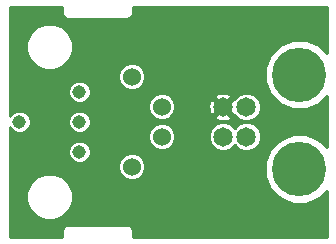
<source format=gbr>
G04 #@! TF.FileFunction,Copper,L3,Inr,Plane*
%FSLAX46Y46*%
G04 Gerber Fmt 4.6, Leading zero omitted, Abs format (unit mm)*
G04 Created by KiCad (PCBNEW 4.0.7) date Thu May  3 20:42:55 2018*
%MOMM*%
%LPD*%
G01*
G04 APERTURE LIST*
%ADD10C,0.100000*%
%ADD11C,1.143000*%
%ADD12C,1.524000*%
%ADD13C,4.600000*%
%ADD14C,1.651000*%
%ADD15C,0.254000*%
G04 APERTURE END LIST*
D10*
D11*
X134620000Y-104140000D03*
X134620000Y-99060000D03*
X134620000Y-101600000D03*
X129540000Y-101600000D03*
D12*
X139065000Y-105410000D03*
X141605000Y-102870000D03*
X141605000Y-100330000D03*
X139065000Y-97790000D03*
D13*
X153250000Y-105600000D03*
X153250000Y-97600000D03*
D14*
X146760000Y-100350000D03*
X148760000Y-100350000D03*
X146760000Y-102850000D03*
X148760000Y-102850000D03*
D12*
X136525000Y-102870000D03*
D15*
G36*
X133173254Y-92456000D02*
X133206043Y-92620839D01*
X133299417Y-92760583D01*
X133439161Y-92853957D01*
X133604000Y-92886746D01*
X138684000Y-92886746D01*
X138848839Y-92853957D01*
X138988583Y-92760583D01*
X139081957Y-92620839D01*
X139114746Y-92456000D01*
X139114746Y-91870746D01*
X155569254Y-91870746D01*
X155569254Y-95768961D01*
X154914715Y-95113279D01*
X153836369Y-94665511D01*
X152668754Y-94664492D01*
X151589628Y-95110377D01*
X150763279Y-95935285D01*
X150315511Y-97013631D01*
X150314492Y-98181246D01*
X150760377Y-99260372D01*
X151585285Y-100086721D01*
X152663631Y-100534489D01*
X153831246Y-100535508D01*
X154910372Y-100089623D01*
X155569254Y-99431890D01*
X155569254Y-103768961D01*
X154914715Y-103113279D01*
X153836369Y-102665511D01*
X152668754Y-102664492D01*
X151589628Y-103110377D01*
X150763279Y-103935285D01*
X150315511Y-105013631D01*
X150314492Y-106181246D01*
X150760377Y-107260372D01*
X151585285Y-108086721D01*
X152663631Y-108534489D01*
X153831246Y-108535508D01*
X154910372Y-108089623D01*
X155569254Y-107431890D01*
X155569254Y-111329254D01*
X139114746Y-111329254D01*
X139114746Y-110744000D01*
X139081957Y-110579161D01*
X138988583Y-110439417D01*
X138848839Y-110346043D01*
X138684000Y-110313254D01*
X133604000Y-110313254D01*
X133439161Y-110346043D01*
X133299417Y-110439417D01*
X133206043Y-110579161D01*
X133173254Y-110744000D01*
X133173254Y-111329254D01*
X128700746Y-111329254D01*
X128700746Y-108339791D01*
X130111413Y-108339791D01*
X130410429Y-109063465D01*
X130963623Y-109617625D01*
X131686774Y-109917903D01*
X132469791Y-109918587D01*
X133193465Y-109619571D01*
X133747625Y-109066377D01*
X134047903Y-108343226D01*
X134048587Y-107560209D01*
X133749571Y-106836535D01*
X133196377Y-106282375D01*
X132473226Y-105982097D01*
X131690209Y-105981413D01*
X130966535Y-106280429D01*
X130412375Y-106833623D01*
X130112097Y-107556774D01*
X130111413Y-108339791D01*
X128700746Y-108339791D01*
X128700746Y-105636309D01*
X137922056Y-105636309D01*
X138095662Y-106056468D01*
X138416841Y-106378208D01*
X138836696Y-106552547D01*
X139291309Y-106552944D01*
X139711468Y-106379338D01*
X140033208Y-106058159D01*
X140207547Y-105638304D01*
X140207944Y-105183691D01*
X140034338Y-104763532D01*
X139713159Y-104441792D01*
X139293304Y-104267453D01*
X138838691Y-104267056D01*
X138418532Y-104440662D01*
X138096792Y-104761841D01*
X137922453Y-105181696D01*
X137922056Y-105636309D01*
X128700746Y-105636309D01*
X128700746Y-104328583D01*
X133667589Y-104328583D01*
X133812254Y-104678700D01*
X134079891Y-104946804D01*
X134429755Y-105092081D01*
X134808583Y-105092411D01*
X135158700Y-104947746D01*
X135426804Y-104680109D01*
X135572081Y-104330245D01*
X135572411Y-103951417D01*
X135427746Y-103601300D01*
X135160109Y-103333196D01*
X134810245Y-103187919D01*
X134431417Y-103187589D01*
X134081300Y-103332254D01*
X133813196Y-103599891D01*
X133667919Y-103949755D01*
X133667589Y-104328583D01*
X128700746Y-104328583D01*
X128700746Y-103096309D01*
X140462056Y-103096309D01*
X140635662Y-103516468D01*
X140956841Y-103838208D01*
X141376696Y-104012547D01*
X141831309Y-104012944D01*
X142251468Y-103839338D01*
X142573208Y-103518159D01*
X142747547Y-103098304D01*
X142747555Y-103088885D01*
X145553545Y-103088885D01*
X145736798Y-103532391D01*
X146075824Y-103872010D01*
X146519010Y-104056036D01*
X146998885Y-104056455D01*
X147442391Y-103873202D01*
X147760257Y-103555891D01*
X148075824Y-103872010D01*
X148519010Y-104056036D01*
X148998885Y-104056455D01*
X149442391Y-103873202D01*
X149782010Y-103534176D01*
X149966036Y-103090990D01*
X149966455Y-102611115D01*
X149783202Y-102167609D01*
X149444176Y-101827990D01*
X149000990Y-101643964D01*
X148521115Y-101643545D01*
X148077609Y-101826798D01*
X147759743Y-102144109D01*
X147444176Y-101827990D01*
X147000990Y-101643964D01*
X146521115Y-101643545D01*
X146077609Y-101826798D01*
X145737990Y-102165824D01*
X145553964Y-102609010D01*
X145553545Y-103088885D01*
X142747555Y-103088885D01*
X142747944Y-102643691D01*
X142574338Y-102223532D01*
X142253159Y-101901792D01*
X141833304Y-101727453D01*
X141378691Y-101727056D01*
X140958532Y-101900662D01*
X140636792Y-102221841D01*
X140462453Y-102641696D01*
X140462056Y-103096309D01*
X128700746Y-103096309D01*
X128700746Y-102062445D01*
X128732254Y-102138700D01*
X128999891Y-102406804D01*
X129349755Y-102552081D01*
X129728583Y-102552411D01*
X130078700Y-102407746D01*
X130346804Y-102140109D01*
X130492081Y-101790245D01*
X130492082Y-101788583D01*
X133667589Y-101788583D01*
X133812254Y-102138700D01*
X134079891Y-102406804D01*
X134429755Y-102552081D01*
X134808583Y-102552411D01*
X135158700Y-102407746D01*
X135426804Y-102140109D01*
X135572081Y-101790245D01*
X135572411Y-101411417D01*
X135427746Y-101061300D01*
X135160109Y-100793196D01*
X134810245Y-100647919D01*
X134431417Y-100647589D01*
X134081300Y-100792254D01*
X133813196Y-101059891D01*
X133667919Y-101409755D01*
X133667589Y-101788583D01*
X130492082Y-101788583D01*
X130492411Y-101411417D01*
X130347746Y-101061300D01*
X130080109Y-100793196D01*
X129730245Y-100647919D01*
X129351417Y-100647589D01*
X129001300Y-100792254D01*
X128733196Y-101059891D01*
X128700746Y-101138039D01*
X128700746Y-100556309D01*
X140462056Y-100556309D01*
X140635662Y-100976468D01*
X140956841Y-101298208D01*
X141376696Y-101472547D01*
X141831309Y-101472944D01*
X142251468Y-101299338D01*
X142313805Y-101237109D01*
X146052496Y-101237109D01*
X146143706Y-101414322D01*
X146597916Y-101569150D01*
X147076803Y-101538374D01*
X147376294Y-101414322D01*
X147467504Y-101237109D01*
X146760000Y-100529605D01*
X146052496Y-101237109D01*
X142313805Y-101237109D01*
X142573208Y-100978159D01*
X142747547Y-100558304D01*
X142747870Y-100187916D01*
X145540850Y-100187916D01*
X145571626Y-100666803D01*
X145695678Y-100966294D01*
X145872891Y-101057504D01*
X146580395Y-100350000D01*
X146939605Y-100350000D01*
X147647109Y-101057504D01*
X147729626Y-101015033D01*
X147736798Y-101032391D01*
X148075824Y-101372010D01*
X148519010Y-101556036D01*
X148998885Y-101556455D01*
X149442391Y-101373202D01*
X149782010Y-101034176D01*
X149966036Y-100590990D01*
X149966455Y-100111115D01*
X149783202Y-99667609D01*
X149444176Y-99327990D01*
X149000990Y-99143964D01*
X148521115Y-99143545D01*
X148077609Y-99326798D01*
X147737990Y-99665824D01*
X147729968Y-99685143D01*
X147647109Y-99642496D01*
X146939605Y-100350000D01*
X146580395Y-100350000D01*
X145872891Y-99642496D01*
X145695678Y-99733706D01*
X145540850Y-100187916D01*
X142747870Y-100187916D01*
X142747944Y-100103691D01*
X142574338Y-99683532D01*
X142354082Y-99462891D01*
X146052496Y-99462891D01*
X146760000Y-100170395D01*
X147467504Y-99462891D01*
X147376294Y-99285678D01*
X146922084Y-99130850D01*
X146443197Y-99161626D01*
X146143706Y-99285678D01*
X146052496Y-99462891D01*
X142354082Y-99462891D01*
X142253159Y-99361792D01*
X141833304Y-99187453D01*
X141378691Y-99187056D01*
X140958532Y-99360662D01*
X140636792Y-99681841D01*
X140462453Y-100101696D01*
X140462056Y-100556309D01*
X128700746Y-100556309D01*
X128700746Y-99248583D01*
X133667589Y-99248583D01*
X133812254Y-99598700D01*
X134079891Y-99866804D01*
X134429755Y-100012081D01*
X134808583Y-100012411D01*
X135158700Y-99867746D01*
X135426804Y-99600109D01*
X135572081Y-99250245D01*
X135572411Y-98871417D01*
X135427746Y-98521300D01*
X135160109Y-98253196D01*
X134810245Y-98107919D01*
X134431417Y-98107589D01*
X134081300Y-98252254D01*
X133813196Y-98519891D01*
X133667919Y-98869755D01*
X133667589Y-99248583D01*
X128700746Y-99248583D01*
X128700746Y-98016309D01*
X137922056Y-98016309D01*
X138095662Y-98436468D01*
X138416841Y-98758208D01*
X138836696Y-98932547D01*
X139291309Y-98932944D01*
X139711468Y-98759338D01*
X140033208Y-98438159D01*
X140207547Y-98018304D01*
X140207944Y-97563691D01*
X140034338Y-97143532D01*
X139713159Y-96821792D01*
X139293304Y-96647453D01*
X138838691Y-96647056D01*
X138418532Y-96820662D01*
X138096792Y-97141841D01*
X137922453Y-97561696D01*
X137922056Y-98016309D01*
X128700746Y-98016309D01*
X128700746Y-95639791D01*
X130111413Y-95639791D01*
X130410429Y-96363465D01*
X130963623Y-96917625D01*
X131686774Y-97217903D01*
X132469791Y-97218587D01*
X133193465Y-96919571D01*
X133747625Y-96366377D01*
X134047903Y-95643226D01*
X134048587Y-94860209D01*
X133749571Y-94136535D01*
X133196377Y-93582375D01*
X132473226Y-93282097D01*
X131690209Y-93281413D01*
X130966535Y-93580429D01*
X130412375Y-94133623D01*
X130112097Y-94856774D01*
X130111413Y-95639791D01*
X128700746Y-95639791D01*
X128700746Y-91870746D01*
X133173254Y-91870746D01*
X133173254Y-92456000D01*
X133173254Y-92456000D01*
G37*
X133173254Y-92456000D02*
X133206043Y-92620839D01*
X133299417Y-92760583D01*
X133439161Y-92853957D01*
X133604000Y-92886746D01*
X138684000Y-92886746D01*
X138848839Y-92853957D01*
X138988583Y-92760583D01*
X139081957Y-92620839D01*
X139114746Y-92456000D01*
X139114746Y-91870746D01*
X155569254Y-91870746D01*
X155569254Y-95768961D01*
X154914715Y-95113279D01*
X153836369Y-94665511D01*
X152668754Y-94664492D01*
X151589628Y-95110377D01*
X150763279Y-95935285D01*
X150315511Y-97013631D01*
X150314492Y-98181246D01*
X150760377Y-99260372D01*
X151585285Y-100086721D01*
X152663631Y-100534489D01*
X153831246Y-100535508D01*
X154910372Y-100089623D01*
X155569254Y-99431890D01*
X155569254Y-103768961D01*
X154914715Y-103113279D01*
X153836369Y-102665511D01*
X152668754Y-102664492D01*
X151589628Y-103110377D01*
X150763279Y-103935285D01*
X150315511Y-105013631D01*
X150314492Y-106181246D01*
X150760377Y-107260372D01*
X151585285Y-108086721D01*
X152663631Y-108534489D01*
X153831246Y-108535508D01*
X154910372Y-108089623D01*
X155569254Y-107431890D01*
X155569254Y-111329254D01*
X139114746Y-111329254D01*
X139114746Y-110744000D01*
X139081957Y-110579161D01*
X138988583Y-110439417D01*
X138848839Y-110346043D01*
X138684000Y-110313254D01*
X133604000Y-110313254D01*
X133439161Y-110346043D01*
X133299417Y-110439417D01*
X133206043Y-110579161D01*
X133173254Y-110744000D01*
X133173254Y-111329254D01*
X128700746Y-111329254D01*
X128700746Y-108339791D01*
X130111413Y-108339791D01*
X130410429Y-109063465D01*
X130963623Y-109617625D01*
X131686774Y-109917903D01*
X132469791Y-109918587D01*
X133193465Y-109619571D01*
X133747625Y-109066377D01*
X134047903Y-108343226D01*
X134048587Y-107560209D01*
X133749571Y-106836535D01*
X133196377Y-106282375D01*
X132473226Y-105982097D01*
X131690209Y-105981413D01*
X130966535Y-106280429D01*
X130412375Y-106833623D01*
X130112097Y-107556774D01*
X130111413Y-108339791D01*
X128700746Y-108339791D01*
X128700746Y-105636309D01*
X137922056Y-105636309D01*
X138095662Y-106056468D01*
X138416841Y-106378208D01*
X138836696Y-106552547D01*
X139291309Y-106552944D01*
X139711468Y-106379338D01*
X140033208Y-106058159D01*
X140207547Y-105638304D01*
X140207944Y-105183691D01*
X140034338Y-104763532D01*
X139713159Y-104441792D01*
X139293304Y-104267453D01*
X138838691Y-104267056D01*
X138418532Y-104440662D01*
X138096792Y-104761841D01*
X137922453Y-105181696D01*
X137922056Y-105636309D01*
X128700746Y-105636309D01*
X128700746Y-104328583D01*
X133667589Y-104328583D01*
X133812254Y-104678700D01*
X134079891Y-104946804D01*
X134429755Y-105092081D01*
X134808583Y-105092411D01*
X135158700Y-104947746D01*
X135426804Y-104680109D01*
X135572081Y-104330245D01*
X135572411Y-103951417D01*
X135427746Y-103601300D01*
X135160109Y-103333196D01*
X134810245Y-103187919D01*
X134431417Y-103187589D01*
X134081300Y-103332254D01*
X133813196Y-103599891D01*
X133667919Y-103949755D01*
X133667589Y-104328583D01*
X128700746Y-104328583D01*
X128700746Y-103096309D01*
X140462056Y-103096309D01*
X140635662Y-103516468D01*
X140956841Y-103838208D01*
X141376696Y-104012547D01*
X141831309Y-104012944D01*
X142251468Y-103839338D01*
X142573208Y-103518159D01*
X142747547Y-103098304D01*
X142747555Y-103088885D01*
X145553545Y-103088885D01*
X145736798Y-103532391D01*
X146075824Y-103872010D01*
X146519010Y-104056036D01*
X146998885Y-104056455D01*
X147442391Y-103873202D01*
X147760257Y-103555891D01*
X148075824Y-103872010D01*
X148519010Y-104056036D01*
X148998885Y-104056455D01*
X149442391Y-103873202D01*
X149782010Y-103534176D01*
X149966036Y-103090990D01*
X149966455Y-102611115D01*
X149783202Y-102167609D01*
X149444176Y-101827990D01*
X149000990Y-101643964D01*
X148521115Y-101643545D01*
X148077609Y-101826798D01*
X147759743Y-102144109D01*
X147444176Y-101827990D01*
X147000990Y-101643964D01*
X146521115Y-101643545D01*
X146077609Y-101826798D01*
X145737990Y-102165824D01*
X145553964Y-102609010D01*
X145553545Y-103088885D01*
X142747555Y-103088885D01*
X142747944Y-102643691D01*
X142574338Y-102223532D01*
X142253159Y-101901792D01*
X141833304Y-101727453D01*
X141378691Y-101727056D01*
X140958532Y-101900662D01*
X140636792Y-102221841D01*
X140462453Y-102641696D01*
X140462056Y-103096309D01*
X128700746Y-103096309D01*
X128700746Y-102062445D01*
X128732254Y-102138700D01*
X128999891Y-102406804D01*
X129349755Y-102552081D01*
X129728583Y-102552411D01*
X130078700Y-102407746D01*
X130346804Y-102140109D01*
X130492081Y-101790245D01*
X130492082Y-101788583D01*
X133667589Y-101788583D01*
X133812254Y-102138700D01*
X134079891Y-102406804D01*
X134429755Y-102552081D01*
X134808583Y-102552411D01*
X135158700Y-102407746D01*
X135426804Y-102140109D01*
X135572081Y-101790245D01*
X135572411Y-101411417D01*
X135427746Y-101061300D01*
X135160109Y-100793196D01*
X134810245Y-100647919D01*
X134431417Y-100647589D01*
X134081300Y-100792254D01*
X133813196Y-101059891D01*
X133667919Y-101409755D01*
X133667589Y-101788583D01*
X130492082Y-101788583D01*
X130492411Y-101411417D01*
X130347746Y-101061300D01*
X130080109Y-100793196D01*
X129730245Y-100647919D01*
X129351417Y-100647589D01*
X129001300Y-100792254D01*
X128733196Y-101059891D01*
X128700746Y-101138039D01*
X128700746Y-100556309D01*
X140462056Y-100556309D01*
X140635662Y-100976468D01*
X140956841Y-101298208D01*
X141376696Y-101472547D01*
X141831309Y-101472944D01*
X142251468Y-101299338D01*
X142313805Y-101237109D01*
X146052496Y-101237109D01*
X146143706Y-101414322D01*
X146597916Y-101569150D01*
X147076803Y-101538374D01*
X147376294Y-101414322D01*
X147467504Y-101237109D01*
X146760000Y-100529605D01*
X146052496Y-101237109D01*
X142313805Y-101237109D01*
X142573208Y-100978159D01*
X142747547Y-100558304D01*
X142747870Y-100187916D01*
X145540850Y-100187916D01*
X145571626Y-100666803D01*
X145695678Y-100966294D01*
X145872891Y-101057504D01*
X146580395Y-100350000D01*
X146939605Y-100350000D01*
X147647109Y-101057504D01*
X147729626Y-101015033D01*
X147736798Y-101032391D01*
X148075824Y-101372010D01*
X148519010Y-101556036D01*
X148998885Y-101556455D01*
X149442391Y-101373202D01*
X149782010Y-101034176D01*
X149966036Y-100590990D01*
X149966455Y-100111115D01*
X149783202Y-99667609D01*
X149444176Y-99327990D01*
X149000990Y-99143964D01*
X148521115Y-99143545D01*
X148077609Y-99326798D01*
X147737990Y-99665824D01*
X147729968Y-99685143D01*
X147647109Y-99642496D01*
X146939605Y-100350000D01*
X146580395Y-100350000D01*
X145872891Y-99642496D01*
X145695678Y-99733706D01*
X145540850Y-100187916D01*
X142747870Y-100187916D01*
X142747944Y-100103691D01*
X142574338Y-99683532D01*
X142354082Y-99462891D01*
X146052496Y-99462891D01*
X146760000Y-100170395D01*
X147467504Y-99462891D01*
X147376294Y-99285678D01*
X146922084Y-99130850D01*
X146443197Y-99161626D01*
X146143706Y-99285678D01*
X146052496Y-99462891D01*
X142354082Y-99462891D01*
X142253159Y-99361792D01*
X141833304Y-99187453D01*
X141378691Y-99187056D01*
X140958532Y-99360662D01*
X140636792Y-99681841D01*
X140462453Y-100101696D01*
X140462056Y-100556309D01*
X128700746Y-100556309D01*
X128700746Y-99248583D01*
X133667589Y-99248583D01*
X133812254Y-99598700D01*
X134079891Y-99866804D01*
X134429755Y-100012081D01*
X134808583Y-100012411D01*
X135158700Y-99867746D01*
X135426804Y-99600109D01*
X135572081Y-99250245D01*
X135572411Y-98871417D01*
X135427746Y-98521300D01*
X135160109Y-98253196D01*
X134810245Y-98107919D01*
X134431417Y-98107589D01*
X134081300Y-98252254D01*
X133813196Y-98519891D01*
X133667919Y-98869755D01*
X133667589Y-99248583D01*
X128700746Y-99248583D01*
X128700746Y-98016309D01*
X137922056Y-98016309D01*
X138095662Y-98436468D01*
X138416841Y-98758208D01*
X138836696Y-98932547D01*
X139291309Y-98932944D01*
X139711468Y-98759338D01*
X140033208Y-98438159D01*
X140207547Y-98018304D01*
X140207944Y-97563691D01*
X140034338Y-97143532D01*
X139713159Y-96821792D01*
X139293304Y-96647453D01*
X138838691Y-96647056D01*
X138418532Y-96820662D01*
X138096792Y-97141841D01*
X137922453Y-97561696D01*
X137922056Y-98016309D01*
X128700746Y-98016309D01*
X128700746Y-95639791D01*
X130111413Y-95639791D01*
X130410429Y-96363465D01*
X130963623Y-96917625D01*
X131686774Y-97217903D01*
X132469791Y-97218587D01*
X133193465Y-96919571D01*
X133747625Y-96366377D01*
X134047903Y-95643226D01*
X134048587Y-94860209D01*
X133749571Y-94136535D01*
X133196377Y-93582375D01*
X132473226Y-93282097D01*
X131690209Y-93281413D01*
X130966535Y-93580429D01*
X130412375Y-94133623D01*
X130112097Y-94856774D01*
X130111413Y-95639791D01*
X128700746Y-95639791D01*
X128700746Y-91870746D01*
X133173254Y-91870746D01*
X133173254Y-92456000D01*
M02*

</source>
